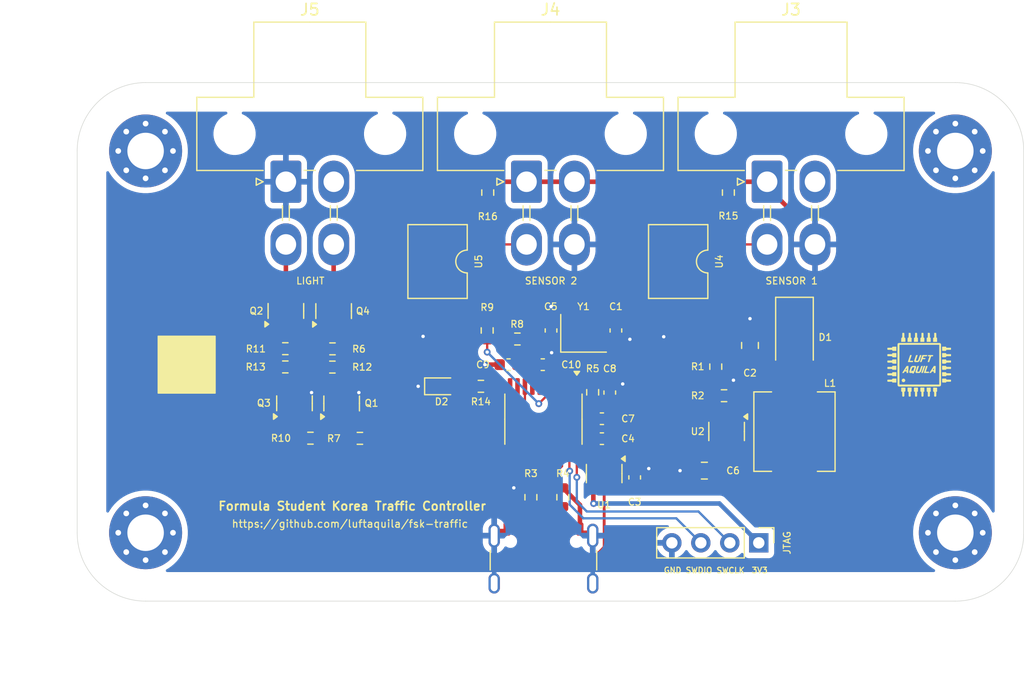
<source format=kicad_pcb>
(kicad_pcb (version 20241229) (generator "pcbnew") (generator_version "9.0")
  (layers (0 "F.Cu" signal) (2 "B.Cu" signal) (13 "F.Paste" user) (15 "B.Paste" user) (5 "F.SilkS" user "F.Silkscreen") (7 "B.SilkS" user "B.Silkscreen") (1 "F.Mask" user) (3 "B.Mask" user) (25 "Edge.Cuts" user))
  (net 0 "")
  (net 1 "RED")
  (net 2 "Net-(Q3-B)")
  (net 3 "SENS2")
  (net 4 "+3V3")
  (net 5 "SENS1")
  (net 6 "Net-(Q1-B)")
  (net 7 "GREEN")
  (net 8 "Net-(Q1-C)")
  (net 9 "BOOT")
  (net 10 "GND")
  (net 11 "Net-(J2-CC2)")
  (net 12 "Net-(J2-CC1)")
  (net 13 "Net-(U2-FB)")
  (net 14 "18V")
  (net 15 "+5V")
  (net 17 "Net-(D1-A)")
  (net 19 "USB_DM")
  (net 23 "OSC_OUT")
  (net 24 "OSC_IN")
  (net 25 "SWCLK")
  (net 26 "USB_DP")
  (net 27 "NRST")
  (net 28 "SWDIO")
  (net 29 "LED")
  (net 32 "Net-(Q2-G)")
  (net 33 "/RD")
  (net 34 "/GN")
  (net 35 "Net-(Q3-C)")
  (net 36 "Net-(Q4-G)")
  (net 37 "Net-(D2-A)")
  (net 38 "Net-(J3-Pin_3)")
  (net 39 "Net-(J4-Pin_3)")
  (net 40 "Net-(R15-Pad2)")
  (net 41 "Net-(R16-Pad2)")
  (footprint "Connector_Molex:Molex_Mini-Fit_Jr_5569-04A1_2x02_P4.20mm_Horizontal" (layer "F.Cu") (at 121 88.6)
    (property "Reference" "J5")
    (property "Value" "Molex 5569-04A1")
  )
  (footprint "Capacitor_SMD:C_0603_1608Metric" (layer "F.Cu") (at 140.525 104.65)
    (property "Reference" "C9")
    (property "Value" "470nF")
  )
  (footprint "Capacitor_SMD:C_0603_1608Metric" (layer "F.Cu") (at 149.9375 101.65 -90)
    (property "Reference" "C1")
    (property "Value" "20pF")
  )
  (footprint "Resistor_SMD:R_0603_1608Metric" (layer "F.Cu") (at 159.8 89.55 -90)
    (property "Reference" "R15")
    (property "Value" "2k")
  )
  (footprint "Package_TO_SOT_SMD:SOT-23" (layer "F.Cu") (at 121.75308 108.04058 90)
    (property "Reference" "Q3")
    (property "Value" "MMBT5551")
  )
  (footprint "Resistor_SMD:R_0603_1608Metric" (layer "F.Cu") (at 142.48442 116.28442 -90)
    (property "Reference" "R3")
    (property "Value" "5.1k")
  )
  (footprint "Package_TO_SOT_SMD:SOT-23-3" (layer "F.Cu") (at 148.90942 114.20692 -90)
    (property "Reference" "U1")
    (property "Value" "XC6206P332MR")
  )
  (footprint "Package_SO:TSSOP-20_4.4x6.5mm_P0.65mm" (layer "F.Cu") (at 143.58442 109.43192 -90)
    (property "Reference" "U3" (hide yes))
    (property "Value" "STM32F070F6Px")
  )
  (footprint "Resistor_SMD:R_0603_1608Metric" (layer "F.Cu") (at 120.95 104.85)
    (property "Reference" "R13")
    (property "Value" "15k")
  )
  (footprint "Resistor_SMD:R_0603_1608Metric" (layer "F.Cu") (at 120.95 103.25 180)
    (property "Reference" "R11")
    (property "Value" "10k")
  )
  (footprint "pcb:luftaquila" (layer "F.Cu") (at 176.55 104.63442)
    (property "Reference" "G***" (hide yes))
    (property "Value" "LOGO" (hide yes))
  )
  (footprint "Capacitor_SMD:C_0603_1608Metric" (layer "F.Cu") (at 151.58442 114.54442 90)
    (property "Reference" "C3")
    (property "Value" "1uF")
  )
  (footprint "Capacitor_SMD:C_0805_2012Metric" (layer "F.Cu") (at 161.695 102.965 90)
    (property "Reference" "C2")
    (property "Value" "22uF")
  )
  (footprint "Capacitor_SMD:C_0805_2012Metric" (layer "F.Cu") (at 157.695 113.95 180)
    (property "Reference" "C6")
    (property "Value" "22uF")
  )
  (footprint "Resistor_SMD:R_0603_1608Metric" (layer "F.Cu") (at 123.15308 111.10308)
    (property "Reference" "R10")
    (property "Value" "1k")
  )
  (footprint "Resistor_SMD:R_0603_1608Metric" (layer "F.Cu") (at 138.7 89.55 -90)
    (property "Reference" "R16")
    (property "Value" "2k")
  )
  (footprint "Resistor_SMD:R_0603_1608Metric" (layer "F.Cu") (at 125.0875 103.2625)
    (property "Reference" "R6")
    (property "Value" "10k")
  )
  (footprint "Inductor_SMD:L_Changjiang_FXL0630" (layer "F.Cu") (at 165.595 110.525 90)
    (property "Reference" "L1")
    (property "Value" "22uH")
  )
  (footprint "Resistor_SMD:R_0603_1608Metric" (layer "F.Cu") (at 145.28442 116.28442 -90)
    (property "Reference" "R4")
    (property "Value" "5.1k")
  )
  (footprint "Capacitor_SMD:C_0603_1608Metric" (layer "F.Cu") (at 148.70942 111.14442)
    (property "Reference" "C4")
    (property "Value" "1uF")
  )
  (footprint "MountingHole:MountingHole_3.2mm_M3_Pad_Via" (layer "F.Cu") (at 108.7 85.9 -90)
    (property "Reference" "REF**" (hide yes))
    (property "Value" "MountingHole_3.2mm_M3_Pad_Via")
  )
  (footprint "Resistor_SMD:R_0603_1608Metric" (layer "F.Cu") (at 138.1 106.55)
    (property "Reference" "R14")
    (property "Value" "1k")
  )
  (footprint "Package_TO_SOT_SMD:SOT-23-6" (layer "F.Cu") (at 159.645 110.5125 -90)
    (property "Reference" "U2")
    (property "Value" "MT3608")
  )
  (footprint "Resistor_SMD:R_0603_1608Metric" (layer "F.Cu") (at 125.07808 104.8625)
    (property "Reference" "R12")
    (property "Value" "15k")
  )
  (footprint "Connector_Molex:Molex_Mini-Fit_Jr_5569-04A1_2x02_P4.20mm_Horizontal" (layer "F.Cu") (at 142.1 88.6)
    (property "Reference" "J4")
    (property "Value" "Molex 5569-04A1")
  )
  (footprint "Capacitor_SMD:C_0603_1608Metric" (layer "F.Cu") (at 149.4 107.1 90)
    (property "Reference" "C8")
    (property "Value" "100nF")
  )
  (footprint "Package_DIP:SMDIP-4_W9.53mm" (layer "F.Cu") (at 155.4 95.6 -90)
    (property "Reference" "U4")
    (property "Value" "LTV-817S")
  )
  (footprint "Crystal:Crystal_SMD_3225-4Pin_3.2x2.5mm" (layer "F.Cu") (at 147.1 101.9)
    (property "Reference" "Y1")
    (property "Value" "12MHz")
  )
  (footprint "Package_DIP:SMDIP-4_W9.53mm" (layer "F.Cu") (at 134.3 95.6 -90)
    (property "Reference" "U5")
    (property "Value" "LTV-817S")
  )
  (footprint "Connector_Molex:Molex_Mini-Fit_Jr_5569-04A1_2x02_P4.20mm_Horizontal" (layer "F.Cu") (at 163.195 88.6)
    (property "Reference" "J3")
    (property "Value" "Molex 5569-04A1")
  )
  (footprint "Diode_SMD:D_SMA" (layer "F.Cu") (at 165.595 102.25 -90)
    (property "Reference" "D1")
    (property "Value" "SS34")
  )
  (footprint "Package_TO_SOT_SMD:SOT-23" (layer "F.Cu") (at 121 99.9375 90)
    (property "Reference" "Q2")
    (property "Value" "AO3401A")
  )
  (footprint "MountingHole:MountingHole_3.2mm_M3_Pad_Via" (layer "F.Cu") (at 179.7 85.9 -90)
    (property "Reference" "REF**" (hide yes))
    (property "Value" "MountingHole_3.2mm_M3_Pad_Via")
  )
  (footprint "MountingHole:MountingHole_3.2mm_M3_Pad_Via" (layer "F.Cu") (at 108.7 119.4 180)
    (property "Reference" "REF**" (hide yes))
    (property "Value" "MountingHole_3.2mm_M3_Pad_Via")
  )
  (footprint "Connector_USB:USB_C_Receptacle_GCT_USB4105-xx-A_16P_TopMnt_Horizontal" (layer "F.Cu") (at 143.58442 122.75942)
    (property "Reference" "J2" (hide yes))
    (property "Value" "USB_C")
  )
  (footprint "Connector_PinHeader_2.54mm:PinHeader_1x04_P2.54mm_Vertical" (layer "F.Cu") (at 162.46442 120.28442 -90)
    (property "Reference" "J1" (hide yes))
    (property "Value" "JTAG")
  )
  (footprint "Package_TO_SOT_SMD:SOT-23" (layer "F.Cu") (at 125.1875 99.95 90)
    (property "Reference" "Q4")
    (property "Value" "AO3401A")
  )
  (footprint "Resistor_SMD:R_0603_1608Metric" (layer "F.Cu") (at 159.42 107.375)
    (property "Reference" "R2")
    (property "Value" "1.8k")
  )
  (footprint "Resistor_SMD:R_0603_1608Metric" (layer "F.Cu") (at 138.65 101.65 90)
    (property "Reference" "R9")
    (property "Value" "3.3k")
  )
  (footprint "Resistor_SMD:R_0603_1608Metric" (layer "F.Cu") (at 141.3 102.4 180)
    (property "Reference" "R8")
    (property "Value" "3.3k")
  )
  (footprint "Resistor_SMD:R_0603_1608Metric" (layer "F.Cu") (at 147.9 107.075 -90)
    (property "Reference" "R5")
    (property "Value" "10k")
  )
  (footprint "Resistor_SMD:R_0603_1608Metric" (layer "F.Cu") (at 127.49058 111.11558)
    (property "Reference" "R7")
    (property "Value" "1k")
  )
  (footprint "Package_TO_SOT_SMD:SOT-23" (layer "F.Cu") (at 125.89058 108.05308 90)
    (property "Reference" "Q1")
    (property "Value" "MMBT5551")
  )
  (footprint "LED_SMD:LED_0603_1608Metric" (layer "F.Cu") (at 134.65 106.55)
    (property "Reference" "D2")
    (property "Value" "LED")
  )
  (footprint "Capacitor_SMD:C_0603_1608Metric" (layer "F.Cu") (at 144.25 101.65 90)
    (property "Reference" "C5")
    (property "Value" "20pF")
  )
  (footprint "Resistor_SMD:R_0603_1608Metric" (layer "F.Cu") (at 158.695 104.825 -90)
    (property "Reference" "R1")
    (property "Value" "51k")
  )
  (footprint "Capacitor_SMD:C_0603_1608Metric" (layer "F.Cu") (at 143.525 104.65)
    (property "Reference" "C10")
    (property "Value" "470nF")
  )
  (footprint "MountingHole:MountingHole_3.2mm_M3_Pad_Via" (layer "F.Cu") (at 179.7 119.4 -90)
    (property "Reference" "REF**" (hide yes))
    (property "Value" "MountingHole_3.2mm_M3_Pad_Via")
  )
  (footprint "Capacitor_SMD:C_0603_1608Metric" (layer "F.Cu") (at 148.70942 109.39442)
    (property "Reference" "C7")
    (property "Value" "100nF")
  )
  (gr_rect (start 109.8 102.15) (end 114.8 107.15) (stroke (width 0.1)) (fill yes) (layer "F.SilkS"))
  (gr_line (start 179.7 125.4) (end 108.7 125.4) (stroke (width 0.05)) (layer "Edge.Cuts"))
  (gr_arc (start 185.7 119.4) (mid 183.942635 123.642635) (end 179.7 125.4) (stroke (width 0.05)) (layer "Edge.Cuts"))
  (gr_arc (start 179.7 79.9) (mid 183.942621 81.657368) (end 185.7 85.9) (stroke (width 0.05)) (layer "Edge.Cuts"))
  (gr_arc (start 108.7 125.4) (mid 104.457339 123.642649) (end 102.7 119.4) (stroke (width 0.05)) (layer "Edge.Cuts"))
  (gr_line (start 102.7 119.4) (end 102.7 85.9) (stroke (width 0.05)) (layer "Edge.Cuts"))
  (gr_arc (start 102.7 85.9) (mid 104.457353 81.657353) (end 108.7 79.9) (stroke (width 0.05)) (layer "Edge.Cuts"))
  (gr_line (start 185.7 119.4) (end 185.7 85.9) (stroke (width 0.05)) (layer "Edge.Cuts"))
  (gr_line (start 108.7 79.9) (end 179.7 79.9) (stroke (width 0.05)) (layer "Edge.Cuts"))
  (gr_text "SWDIO" (at 156 122.98442 0) (layer "F.SilkS") (effects (font (size 0.5 0.5) (thickness 0.1) (bold yes)) (justify left bottom)))
  (gr_text "3V3" (at 161.78442 122.98442 0) (layer "F.SilkS") (effects (font (size 0.5 0.5) (thickness 0.1) (bold yes)) (justify left bottom)))
  (gr_text "https://github.com/luftaquila/fsk-traffic" (at 116.2 119 0) (layer "F.SilkS") (effects (font (size 0.65 0.65) (thickness 0.1)) (justify left bottom)))
  (gr_text "SWCLK" (at 158.7 123 0) (layer "F.SilkS") (effects (font (size 0.5 0.5) (thickness 0.1) (bold yes)) (justify left bottom)))
  (gr_text "SENSOR 1" (at 162.995 97.65 0) (layer "F.SilkS") (effects (font (size 0.6 0.6) (thickness 0.1) (bold yes)) (justify left bottom)))
  (gr_text "GND" (at 154.08442 122.98442 0) (layer "F.SilkS") (effects (font (size 0.5 0.5) (thickness 0.1) (bold yes)) (justify left bottom)))
  (gr_text "SENSOR 2" (at 141.9 97.65 0) (layer "F.SilkS") (effects (font (size 0.6 0.6) (thickness 0.1) (bold yes)) (justify left bottom)))
  (gr_text "LIGHT" (at 121.85 97.65 0) (layer "F.SilkS") (effects (font (size 0.6 0.6) (thickness 0.1) (bold yes)) (justify left bottom)))
  (gr_text "Formula Student Korea Traffic Controller" (at 115 117.5 0) (layer "F.SilkS") (effects (font (size 0.75 0.75) (thickness 0.15) (bold yes)) (justify left bottom)))
  (segment (start 141.95942 108.70942) (end 138.46884 112.2) (width 0.2) (layer "F.Cu") (net 1))
  (segment (start 141.95942 106.56942) (end 141.95942 108.70942) (width 0.2) (layer "F.Cu") (net 1))
  (segment (start 125.125 112.2) (end 124.02808 111.10308) (width 0.2) (layer "F.Cu") (net 1))
  (segment (start 138.46884 112.2) (end 125.125 112.2) (width 0.2) (layer "F.Cu") (net 1))
  (segment (start 120.80308 108.97808) (end 120.80308 109.57808) (width 0.2) (layer "F.Cu") (net 2))
  (segment (start 120.80308 109.57808) (end 122.32808 111.10308) (width 0.2) (layer "F.Cu") (net 2))
  (segment (start 142.60942 105.91205) (end 141.54737 104.85) (width 0.2) (layer "F.Cu") (net 3))
  (segment (start 136.03 100.825) (end 135.57 100.365) (width 0.2) (layer "F.Cu") (net 3))
  (segment (start 141.3 101.75) (end 140.375 100.825) (width 0.2) (layer "F.Cu") (net 3))
  (segment (start 140.375 100.825) (end 136.03 100.825) (width 0.2) (layer "F.Cu") (net 3))
  (segment (start 142.55 106.51) (end 142.60942 106.56942) (width 0.2) (layer "F.Cu") (net 3))
  (segment (start 141.3 104.65) (end 141.3 101.75) (width 0.2) (layer "F.Cu") (net 3))
  (segment (start 141.54737 104.85) (end 141.325 104.85) (width 0.2) (layer "F.Cu") (net 3))
  (segment (start 142.60942 106.56942) (end 142.60942 105.91205) (width 0.2) (layer "F.Cu") (net 3))
  (segment (start 147.93442 109.39442) (end 147.93442 113.04442) (width 0.4) (layer "F.Cu") (net 4))
  (segment (start 145.937042 109.46942) (end 143.90942 111.497042) (width 0.4) (layer "F.Cu") (net 4))
  (segment (start 147.95942 116.80942) (end 147.95942 113.06942) (width 0.4) (layer "F.Cu") (net 4))
  (segment (start 143.175 108.075) (end 143.90942 107.34058) (width 0.2) (layer "F.Cu") (net 4))
  (segment (start 147.93442 113.04442) (end 147.95942 113.06942) (width 0.4) (layer "F.Cu") (net 4))
  (segment (start 147.98442 116.83442) (end 147.95942 116.80942) (width 0.4) (layer "F.Cu") (net 4))
  (segment (start 143.90942 107.366798) (end 143.90942 106.56942) (width 0.4) (layer "F.Cu") (net 4))
  (segment (start 143.90942 107.34058) (end 143.90942 106.56942) (width 0.2) (layer "F.Cu") (net 4))
  (segment (start 138.65 103.55) (end 138.65 102.475) (width 0.2) (layer "F.Cu") (net 4))
  (segment (start 143.90942 111.497042) (end 143.90942 112.29442) (width 0.4) (layer "F.Cu") (net 4))
  (segment (start 143.90942 106.56942) (end 143.90942 107.306919) (width 0.2) (layer "F.Cu") (net 4))
  (segment (start 145.937042 109.39442) (end 145.937042 109.46942) (width 0.4) (layer "F.Cu") (net 4))
  (segment (start 147.93442 109.39442) (end 145.937042 109.39442) (width 0.4) (layer "F.Cu") (net 4))
  (segment (start 140.325 102.475) (end 138.775 102.475) (width 0.2) (layer "F.Cu") (net 4))
  (segment (start 145.937042 109.39442) (end 143.90942 107.366798) (width 0.4) (layer "F.Cu") (net 4))
  (via (at 138.65 103.55) (size 0.6) (drill 0.3) (layers "F.Cu" "B.Cu") (net 4))
  (via (at 143.175 108.075) (size 0.6) (drill 0.3) (layers "F.Cu" "B.Cu") (net 4))
  (via (at 147.98442 116.83442) (size 0.6) (drill 0.3) (layers "F.Cu" "B.Cu") (net 4))
  (segment (start 143.175 108.075) (end 138.65 103.55) (width 0.2) (layer "B.Cu") (net 4))
  (segment (start 147.98442 116.83442) (end 159.01442 116.83442) (width 0.4) (layer "B.Cu") (net 4))
  (segment (start 159.01442 116.83442) (end 162.46442 120.28442) (width 0.4) (layer "B.Cu") (net 4))
  (segment (start 143.2 106.51) (end 143.2 105.15) (width 0.2) (layer "F.Cu") (net 5))
  (segment (start 142.9 104.85) (end 142.775 104.85) (width 0.2) (layer "F.Cu") (net 5))
  (segment (start 142.75 104.65) (end 142.4 104.3) (width 0.2) (layer "F.Cu") (net 5))
  (segment (start 142.75 104.7) (end 142.75 104.65) (width 0.2) (layer "F.Cu") (net 5))
  (segment (start 156.67 100.22) (end 156.67 100.365) (width 0.2) (layer "F.Cu") (net 5))
  (segment (start 143.2 105.15) (end 142.75 104.7) (width 0.2) (layer "F.Cu") (net 5))
  (segment (start 142.4 99.55) (end 143.75 98.2) (width 0.2) (layer "F.Cu") (net 5))
  (segment (start 143.25942 106.56942) (end 143.2 106.51) (width 0.2) (layer "F.Cu") (net 5))
  (segment (start 154.65 98.2) (end 156.67 100.22) (width 0.2) (layer "F.Cu") (net 5))
  (segment (start 143.75 98.2) (end 154.65 98.2) (width 0.2) (layer "F.Cu") (net 5))
  (segment (start 156.53375 99.98375) (end 156.53375 100.38125) (width 0.2) (layer "F.Cu") (net 5))
  (segment (start 142.4 104.3) (end 142.4 99.55) (width 0.2) (layer "F.Cu") (net 5))
  (segment (start 124.94058 108.99058) (end 124.94058 109.39058) (width 0.2) (layer "F.Cu") (net 6))
  (segment (start 124.94058 109.39058) (end 126.66558 111.11558) (width 0.2) (layer "F.Cu") (net 6))
  (segment (start 138.16884 111.1) (end 129.8 111.1) (width 0.2) (layer "F.Cu") (net 7))
  (segment (start 141.30942 107.95942) (end 138.16884 111.1) (width 0.2) (layer "F.Cu") (net 7))
  (segment (start 141.30942 106.56942) (end 141.30942 107.95942) (width 0.2) (layer "F.Cu") (net 7))
  (segment (start 129.8 111.1) (end 129.79692 111.10308) (width 0.2) (layer "F.Cu") (net 7))
  (segment (start 129.79692 111.10308) (end 128.32808 111.10308) (width 0.2) (layer "F.Cu") (net 7))
  (segment (start 128.32808 111.10308) (end 128.31558 111.11558) (width 0.2) (layer "F.Cu") (net 7))
  (segment (start 125.90616 104.86558) (end 125.90616 107.1) (width 0.4) (layer "F.Cu") (net 8))
  (segment (start 125.86558 107.09058) (end 125.89058 107.11558) (width 0.4) (layer "F.Cu") (net 8))
  (segment (start 125.90308 104.8625) (end 125.90616 104.86558) (width 0.4) (layer "F.Cu") (net 8))
  (segment (start 146.50942 106.56942) (end 146.50942 106.09442) (width 0.2) (layer "F.Cu") (net 9))
  (segment (start 146.50942 107.60942) (end 146.81942 107.91942) (width 0.2) (layer "F.Cu") (net 9))
  (segment (start 146.81942 107.91942) (end 148.00942 107.91942) (width 0.2) (layer "F.Cu") (net 9))
  (segment (start 146.50942 106.56942) (end 146.50942 107.60942) (width 0.2) (layer "F.Cu") (net 9))
  (segment (start 150.21942 113.76942) (end 149.85942 113.40942) (width 0.4) (layer "F.Cu") (net 10))
  (segment (start 159.645 109.375) (end 159.645 109.728052) (width 0.2) (layer "F.Cu") (net 10))
  (segment (start 140.20942 119.25442) (end 139.66442 119.25442) (width 0.4) (layer "F.Cu") (net 10))
  (segment (start 140.38442 119.07942) (end 140.20942 119.25442) (width 0.2) (layer "F.Cu") (net 10))
  (segment (start 160.245 107.375) (end 160.245 106.015) (width 0.4) (layer "F.Cu") (net 10))
  (segment (start 146.85942 119.40442) (end 147.40442 119.40442) (width 0.4) (layer "F.Cu") (net 10))
  (segment (start 157.645 110.515) (end 156.745 111.415) (width 0.4) (layer "F.Cu") (net 10))
  (segment (start 145.825 100.875) (end 146 101.05) (width 0.2) (layer "F.Cu") (net 10))
  (segment (start 146.78442 119.32942) (end 146.85942 119.40442) (width 0.2) (layer "F.Cu") (net 10))
  (segment (start 148.525 102.425) (end 148.2 102.75) (width 0.2) (layer "F.Cu") (net 10))
  (segment (start 149.85942 113.40942) (end 149.85942 113.06942) (width 0.4) (layer "F.Cu") (net 10))
  (segment (start 122.70308 108.97808) (end 122.70308 107.64692) (width 0.2) (layer "F.Cu") (net 10))
  (segment (start 151.58442 113.76942) (end 150.21942 113.76942) (width 0.4) (layer "F.Cu") (net 10))
  (segment (start 149.85942 112.60942) (end 149.48442 112.23442) (width 0.4) (layer "F.Cu") (net 10))
  (segment (start 144.3 104.65) (end 144.3 103.6) (width 0.4) (layer "F.Cu") (net 10))
  (segment (start 144.25 100.875) (end 145.825 100.875) (width 0.4) (layer "F.Cu") (net 10))
  (segment (start 140.98442 115.45942) (end 142.48442 115.45942) (width 0.4) (layer "F.Cu") (net 10))
  (segment (start 149.85942 113.06942) (end 149.85942 112.90942) (width 0.2) (layer "F.Cu") (net 10))
  (segment (start 147.99442 106.34442) (end 150.53442 106.34442) (width 0.4) (layer "F.Cu") (net 10))
  (segment (start 159.645 109.375) (end 159.645 107.975) (width 0.4) (layer "F.Cu") (net 10))
  (segment (start 152.81942 113.76942) (end 151.58442 113.76942) (width 0.4) (layer "F.Cu") (net 10))
  (segment (start 161.695 102.015) (end 161.695 100.615) (width 0.4) (layer "F.Cu") (net 10))
  (segment (start 145.28442 115.45942) (end 146.78442 116.95942) (width 0.4) (layer "F.Cu") (net 10))
  (segment (start 146.78442 116.95942) (end 146.78442 119.07942) (width 0.4) (layer "F.Cu") (net 10))
  (segment (start 159.045 110.515) (end 157.645 110.515) (width 0.4) (layer "F.Cu") (net 10))
  (segment (start 133.03 102.17) (end 133.03 100.365) (width 0.2) (layer "F.Cu") (net 10))
  (segment (start 149.85942 112.90942) (end 149.85942 112.60942) (width 0.4) (layer "F.Cu") (net 10))
  (segment (start 144.25 99.55) (end 144.25 100.875) (width 0.4) (layer "F.Cu") (net 10))
  (segment (start 143.25942 114.68442) (end 142.48442 115.45942) (width 0.4) (layer "F.Cu") (net 10))
  (segment (start 159.645 109.728052) (end 159.645 109.915) (width 0.4) (layer "F.Cu") (net 10))
  (segment (start 147.9 106.25) (end 147.82884 106.25) (width 0.2) (layer "F.Cu") (net 10))
  (segment (start 126.85308 107.64692) (end 127.4 107.1) (width 0.2) (layer "F.Cu") (net 10))
  (segment (start 151.1625 102.425) (end 149.9375 102.425) (width 0.4) (layer "F.Cu") (net 10))
  (segment (start 147.9 106.25) (end 147.99442 106.34442) (width 0.4) (layer "F.Cu") (net 10))
  (segment (start 139.75 104.65) (end 138.45 104.65) (width 0.4) (layer "F.Cu") (net 10))
  (segment (start 122.70308 107.64692) (end 123.25 107.1) (width 0.2) (layer "F.Cu") (net 10))
  (segment (start 126.85308 108.97808) (end 126.85308 107.64692) (width 0.2) (layer "F.Cu") (net 10))
  (segment (start 149.9375 102.425) (end 148.525 102.425) (width 0.4) (layer "F.Cu") (net 10))
  (segment (start 132.6 106.55) (end 133.8625 106.55) (width 0.2) (layer "F.Cu") (net 10))
  (segment (start 154.13 102.2) (end 154.13 100.365) (width 0.2) (layer "F.Cu") (net 10))
  (segment (start 147.82884 106.25) (end 147.80942 106.26942) (width 0.2) (layer "F.Cu") (net 10))
  (segment (start 149.48442 112.23442) (end 149.48442 111.14442) (width 0.4) (layer "F.Cu") (net 10))
  (segment (start 139.66442 119.25442) (end 139.26442 119.65442) (width 0.2) (layer "F.Cu") (net 10))
  (segment (start 159.645 109.915) (end 159.045 110.515) (width 0.4) (layer "F.Cu") (net 10))
  (segment (start 155.56 113.95) (end 156.745 113.95) (width 0.4) (layer "F.Cu") (net 10))
  (segment (start 143.25942 112.29442) (end 143.25942 114.68442) (width 0.4) (layer "F.Cu") (net 10))
  (segment (start 148.325001 103.175) (end 148.4375 103.175) (width 0.2) (layer "F.Cu") (net 10))
  (segment (start 156.745 111.415) (end 156.745 113.95) (width 0.4) (layer "F.Cu") (net 10))
  (segment (start 159.645 107.975) (end 160.245 107.375) (width 0.4) (layer "F.Cu") (net 10))
  (segment (start 149.48442 111.14442) (end 149.48442 109.39442) (width 0.4) (layer "F.Cu") (net 10))
  (via (at 155.56 113.95) (size 0.6) (drill 0.3) (layers "F.Cu" "B.Cu") (net 10))
  (via (at 161.695 100.615) (size 0.6) (drill 0.3) (layers "F.Cu" "B.Cu") (net 10))
  (via (at 140.98442 115.45942) (size 0.6) (drill 0.3) (layers "F.Cu" "B.Cu") (net 10))
  (via (at 138.45 104.65) (size 0.6) (drill 0.3) (layers "F.Cu" "B.Cu") (net 10))
  (via (at 150.53442 106.34442) (size 0.6) (drill 0.3) (layers "F.Cu" "B.Cu") (net 10))
  (via (at 154.13 102.2) (size 0.6) (drill 0.3) (layers "F.Cu" "B.Cu") (net 10))
  (via (at 123.25 107.1) (size 0.6) (drill 0.3) (layers "F.Cu" "B.Cu") (net 10))
  (via (at 151.1625 102.425) (size 0.6) (drill 0.3) (layers "F.Cu" "B.Cu") (net 10))
  (via (at 144.3 103.6) (size 0.6) (drill 0.3) (layers "F.Cu" "B.Cu") (net 10))
  (via (at 133.03 102.17) (size 0.6) (drill 0.3) (layers "F.Cu" "B.Cu") (net 10))
  (via (at 160.245 106.015) (size 0.6) (drill 0.3) (layers "F.Cu" "B.Cu") (net 10))
  (via (at 127.4 107.1) (size 0.6) (drill 0.3) (layers "F.Cu" "B.Cu") (net 10))
  (via (at 144.25 99.55) (size 0.6) (drill 0.3) (layers "F.Cu" "B.Cu") (net 10))
  (via (at 132.6 106.55) (size 0.6) (drill 0.3) (layers "F.Cu" "B.Cu") (net 10))
  (via (at 152.81942 113.76942) (size 0.6) (drill 0.3) (layers "F.Cu" "B.Cu") (net 10))
  (segment (start 139.26442 119.65442) (end 139.26442 123.83442) (width 0.4) (layer "B.Cu") (net 10))
  (segment (start 147.90442 119.65442) (end 147.90442 123.83442) (width 0.4) (layer "B.Cu") (net 10))
  (segment (start 145.33442 117.15942) (end 145.38442 117.10942) (width 0.2) (layer "F.Cu") (net 11))
  (segment (start 145.33442 119.07942) (end 145.33442 117.15942) (width 0.2) (layer "F.Cu") (net 11))
  (segment (start 142.33442 118.70942) (end 142.28442 118.65942) (width 0.2) (layer "F.Cu") (net 12))
  (segment (start 142.33442 117.15942) (end 142.28442 117.10942) (width 0.2) (layer "F.Cu") (net 12))
  (segment (start 142.33442 119.07942) (end 142.33442 117.15942) (width 0.2) (layer "F.Cu") (net 12))
  (segment (start 142.33442 119.07942) (end 142.33442 118.70942) (width 0.2) (layer "F.Cu") (net 12))
  (segment (start 158.695 109.375) (end 158.695 105.65) (width 0.4) (layer "F.Cu") (net 13))
  (segment (start 126.1375 97.9625) (end 129.4 94.7) (width 0.4) (layer "F.Cu") (net 14))
  (segment (start 161.845 104) (end 158.82 104) (width 0.6) (layer "F.Cu") (net 14))
  (segment (start 121.8875 100.9375) (end 121.8875 103.39366) (width 0.4) (layer "F.Cu") (net 14))
  (segment (start 142.1 89.1) (end 142.1 88.6) (width 0.2) (layer "F.Cu") (net 14))
  (segment (start 165.595 100.25) (end 165.595 100.025) (width 1) (layer "F.Cu") (net 14))
  (segment (start 165.345 100) (end 165.345 91.2) (width 0.4) (layer "F.Cu") (net 14))
  (segment (start 126.1375 100.8875) (end 126.075 100.95) (width 0.4) (layer "F.Cu") (net 14))
  (segment (start 165.595 100.25) (end 165.345 100) (width 0.4) (layer "F.Cu") (net 14))
  (segment (start 142.1 88.6) (end 146.3 88.6) (width 0.4) (layer "F.Cu") (net 14))
  (segment (start 131 88.6) (end 142.1 88.6) (width 0.4) (layer "F.Cu") (net 14))
  (segment (start 129.4 90.2) (end 131 88.6) (width 0.4) (layer "F.Cu") (net 14))
  (segment (start 158.695 104) (end 158.82 104) (width 0.2) (layer "F.Cu") (net 14))
  (segment (start 126.075 100.95) (end 126.075 103.34058) (width 0.4) (layer "F.Cu") (net 14))
  (segment (start 126.075 103.34058) (end 125.9 103.51558) (width 0.4) (layer "F.Cu") (net 14))
  (segment (start 129.4 94.7) (end 129.4 90.2) (width 0.4) (layer "F.Cu") (net 14))
  (segment (start 121.95 100.875) (end 121.8875 100.9375) (width 0.4) (layer "F.Cu") (net 14))
  (segment (start 146.3 88.6) (end 163.195 88.6) (width 0.4) (layer "F.Cu") (net 14))
  (segment (start 165.345 91.2) (end 163.195 89.05) (width 0.4) (layer "F.Cu") (net 14))
  (segment (start 126.1375 100.8875) (end 126.1375 97.9625) (width 0.4) (layer "F.Cu") (net 14))
  (segment (start 165.595 100.25) (end 161.845 104) (width 0.4) (layer "F.Cu") (net 14))
  (segment (start 148.90942 115.34442) (end 148.90942 120.65942) (width 0.25) (layer "F.Cu") (net 15))
  (segment (start 145.98442 119.654419) (end 145.98442 119.07942) (width 0.25) (layer "F.Cu") (net 15))
  (segment (start 142.284421 120.75442) (end 144.884418 120.75442) (width 0.25) (layer "F.Cu") (net 15))
  (segment (start 148.90942 115.34442) (end 148.92884 115.325) (width 0.4) (layer "F.Cu") (net 15))
  (segment (start 145.964418 121.83442) (end 144.884418 120.75442) (width 0.25) (layer "F.Cu") (net 15))
  (segment (start 157.25058 115.34442) (end 148.90942 115.34442) (width 0.4) (layer "F.Cu") (net 15))
  (segment (start 148.90942 120.65942) (end 147.73442 121.83442) (width 0.25) (layer "F.Cu") (net 15))
  (segment (start 141.18442 119.654419) (end 141.18442 119.07942) (width 0.25) (layer "F.Cu") (net 15))
  (segment (start 145.984419 119.654419) (end 145.98442 119.654419) (width 0.25) (layer "F.Cu") (net 15))
  (segment (start 144.884418 120.75442) (end 145.984419 119.654419) (width 0.25) (layer "F.Cu") (net 15))
  (segment (start 158.695 113.9) (end 158.645 113.95) (width 0.2) (layer "F.Cu") (net 15))
  (segment (start 141.18442 119.654419) (end 142.284421 120.75442) (width 0.25) (layer "F.Cu") (net 15))
  (segment (start 158.645 113.95) (end 157.25058 115.34442) (width 0.4) (layer "F.Cu") (net 15))
  (segment (start 147.73442 121.83442) (end 145.964418 121.83442) (width 0.25) (layer "F.Cu") (net 15))
  (segment (start 165.595 107.5) (end 165.595 104.25) (width 1.5) (layer "F.Cu") (net 17))
  (segment (start 165.595 107.5) (end 163.72 109.375) (width 1) (layer "F.Cu") (net 17))
  (segment (start 163.72 109.375) (end 160.895 109.375) (width 1) (layer "F.Cu") (net 17))
  (segment (start 142.83442 119.07942) (end 142.83442 118.02442) (width 0.2) (layer "F.Cu") (net 19))
  (segment (start 143.83442 114.19567) (end 144.55942 113.47067) (width 0.2) (layer "F.Cu") (net 19))
  (segment (start 143.83442 117.02442) (end 143.83442 119.07942) (width 0.2) (layer "F.Cu") (net 19))
  (segment (start 144.60942 112.34442) (end 144.55942 112.29442) (width 0.2) (layer "F.Cu") (net 19))
  (segment (start 143.83442 117.02442) (end 143.83442 114.19567) (width 0.2) (layer "F.Cu") (net 19))
  (segment (start 142.83442 118.02442) (end 143.83442 117.02442) (width 0.2) (layer "F.Cu") (net 19))
  (segment (start 144.55942 113.47067) (end 144.55942 112.29442) (width 0.2) (layer "F.Cu") (net 19))
  (segment (start 146.2125 103.15) (end 146.2375 103.175) (width 0.2) (layer "F.Cu") (net 23))
  (segment (start 146 102.75) (end 146 104.3) (width 0.3) (layer "F.Cu") (net 23))
  (segment (start 146.2375 102.75) (end 145.9375 102.45) (width 0.4) (layer "F.Cu") (net 23))
  (segment (start 145.7 102.45) (end 144.575 102.45) (width 0.4) (layer "F.Cu") (net 23))
  (segment (start 145.20942 105.09058) (end 145.20942 106.56942) (width 0.3) (layer "F.Cu") (net 23))
  (segment (start 146 104.3) (end 145.20942 105.09058) (width 0.3) (layer "F.Cu") (net 23))
  (segment (start 148.1 101.05) (end 147.0875 102.0625) (width 0.3) (layer "F.Cu") (net 24))
  (segment (start 147.0875 104.1125) (end 145.85942 105.34058) (width 0.3) (layer "F.Cu") (net 24))
  (segment (start 147.0875 102.0625) (end 147.0875 104.1125) (width 0.3) (layer "F.Cu") (net 24))
  (segment (start 148.3375 101.05) (end 148.4375 101.05) (width 0.2) (layer "F.Cu") (net 24))
  (segment (start 148.2 101.05) (end 149.7625 101.05) (width 0.4) (layer "F.Cu") (net 24))
  (segment (start 145.85942 105.34058) (end 145.85942 106.56942) (width 0.3) (layer "F.Cu") (net 24))
  (segment (start 148.1 101.05) (end 148.2 101.05) (width 0.2) (layer "F.Cu") (net 24))
  (segment (start 146.50942 114.53442) (end 146.50942 112.29442) (width 0.2) (layer "F.Cu") (net 25))
  (via (at 146.50942 114.53442) (size 0.6) (drill 0.3) (layers "F.Cu" "B.Cu") (net 25))
  (segment (start 146.50942 114.53442) (end 146.50942 116.65942) (width 0.2) (layer "B.Cu") (net 25))
  (segment (start 146.50942 116.65942) (end 147.38442 117.53442) (width 0.2) (layer "B.Cu") (net 25))
  (segment (start 157.17442 117.53442) (end 159.92442 120.28442) (width 0.2) (layer "B.Cu") (net 25))
  (segment (start 147.38442 117.53442) (end 157.17442 117.53442) (width 0.2) (layer "B.Cu") (net 25))
  (segment (start 143.33442 119.07942) (end 143.33442 119.87942) (width 0.2) (layer "F.Cu") (net 26))
  (segment (start 143.33442 119.87942) (end 143.63442 120.17942) (width 0.2) (layer "F.Cu") (net 26))
  (segment (start 143.63442 120.17942) (end 144.03442 120.17942) (width 0.2) (layer "F.Cu") (net 26))
  (segment (start 144.33442 119.07942) (end 144.33442 114.43442) (width 0.2) (layer "F.Cu") (net 26))
  (segment (start 144.03442 120.17942) (end 144.33442 119.87942) (width 0.2) (layer "F.Cu") (net 26))
  (segment (start 144.33442 114.43442) (end 145.20942 113.55942) (width 0.2) (layer "F.Cu") (net 26))
  (segment (start 144.33442 119.87942) (end 144.33442 119.07942) (width 0.2) (layer "F.Cu") (net 26))
  (segment (start 145.20942 113.55942) (end 145.20942 112.29442) (width 0.2) (layer "F.Cu") (net 26))
  (segment (start 145.10942 112.39442) (end 145.20942 112.29442) (width 0.2) (layer "F.Cu") (net 26))
  (segment (start 144.55942 107.306919) (end 144.55942 106.56942) (width 0.2) (layer "F.Cu") (net 27))
  (segment (start 149.4 107.875) (end 148.65558 108.61942) (width 0.2) (layer "F.Cu") (net 27))
  (segment (start 148.65558 108.61942) (end 145.871921 108.61942) (width 0.2) (layer "F.Cu") (net 27))
  (segment (start 145.871921 108.61942) (end 144.55942 107.306919) (width 0.2) (layer "F.Cu") (net 27))
  (segment (start 145.85942 113.95942) (end 145.85942 112.29442) (width 0.2) (layer "F.Cu") (net 28))
  (segment (start 145.88442 113.98442) (end 145.85942 113.95942) (width 0.2) (layer "F.Cu") (net 28))
  (via (at 145.88442 113.98442) (size 0.6) (drill 0.3) (layers "F.Cu" "B.Cu") (net 28))
  (segment (start 147.08442 118.13442) (end 155.23442 118.13442) (width 0.2) (layer "B.Cu") (net 28))
  (segment (start 145.88442 116.93442) (end 147.08442 118.13442) (width 0.2) (layer "B.Cu") (net 28))
  (segment (start 145.88442 113.98442) (end 145.88442 116.93442) (width 0.2) (layer "B.Cu") (net 28))
  (segment (start 155.23442 118.13442) (end 157.38442 120.28442) (width 0.2) (layer "B.Cu") (net 28))
  (segment (start 140.65942 106.56942) (end 139.20558 106.56942) (width 0.2) (layer "F.Cu") (net 29))
  (segment (start 139.20558 106.56942) (end 139.2 106.575) (width 0.2) (layer "F.Cu") (net 29))
  (segment (start 120.04692 104.77192) (end 120.04692 100.87808) (width 0.4) (layer "F.Cu") (net 32))
  (segment (start 120.04692 100.87808) (end 120.05 100.875) (width 0.4) (layer "F.Cu") (net 32))
  (segment (start 120.12808 105.10308) (end 120.05 105.025) (width 0.4) (layer "F.Cu") (net 32))
  (segment (start 120.9875 94.1125) (end 121 94.1) (width 0.2) (layer "F.Cu") (net 33))
  (segment (start 121.0375 99.0125) (end 120.975 98.95) (width 0.2) (layer "F.Cu") (net 33))
  (segment (start 121 99) (end 121 94.1) (width 0.4) (layer "F.Cu") (net 33))
  (segment (start 125.1875 94.1125) (end 125.2 94.1) (width 0.2) (layer "F.Cu") (net 34))
  (segment (start 125.25 99.0125) (end 125.1875 98.95) (width 0.2) (layer "F.Cu") (net 34))
  (segment (start 125.1875 99.0125) (end 125.1875 94.1125) (width 0.4) (layer "F.Cu") (net 34))
  (segment (start 121.77808 104.85308) (end 121.77808 107.07808) (width 0.4) (layer "F.Cu") (net 35))
  (segment (start 121.77808 107.07808) (end 121.75308 107.10308) (width 0.2) (layer "F.Cu") (net 35))
  (segment (start 121.72808 107.07808) (end 121.75308 107.10308) (width 0.4) (layer "F.Cu") (net 35))
  (segment (start 121.775 104.85) (end 121.77808 104.85308) (width 0.4) (layer "F.Cu") (net 35))
  (segment (start 124.25308 104.8625) (end 124.25308 100.90308) (width 0.4) (layer "F.Cu") (net 36))
  (segment (start 124.175 103.44058) (end 124.25 103.51558) (width 0.2) (layer "F.Cu") (net 36))
  (segment (start 124.3125 105.0375) (end 124.35308 105.07808) (width 0.2) (layer "F.Cu") (net 36))
  (segment (start 124.31866 100.90616) (end 124.3 100.8875) (width 0.4) (layer "F.Cu") (net 36))
  (segment (start 124.25308 100.90308) (end 124.2375 100.8875) (width 0.4) (layer "F.Cu") (net 36))
  (segment (start 135.4375 106.55) (end 137.275 106.55) (width 0.2) (layer "F.Cu") (net 37))
  (segment (start 154.13 90.835) (end 157.395 94.1) (width 0.2) (layer "F.Cu") (net 38))
  (segment (start 157.395 94.1) (end 163.195 94.1) (width 0.2) (layer "F.Cu") (net 38))
  (segment (start 136.2 94.1) (end 142.1 94.1) (width 0.2) (layer "F.Cu") (net 39))
  (segment (start 133.03 90.93) (end 136.2 94.1) (width 0.2) (layer "F.Cu") (net 39))
  (segment (start 133.03 90.835) (end 133.03 90.93) (width 0.2) (layer "F.Cu") (net 39))
  (segment (start 157.13 90.375) (end 156.67 90.835) (width 0.2) (layer "F.Cu") (net 40))
  (segment (start 159.8 90.375) (end 157.13 90.375) (width 0.2) (layer "F.Cu") (net 40))
  (segment (start 155.93 90.85) (end 155.915 90.835) (width 0.2) (layer "F.Cu") (net 40))
  (segment (start 138.7 90.375) (end 135.28 90.375) (width 0.2) (layer "F.Cu") (net 41))
  (segment (start 135.28 90.375) (end 134.82 90.835) (width 0.2) (layer "F.Cu") (net 41))
  (segment (start 134.835 90.85) (end 134.82 90.835) (width 0.2) (layer "F.Cu") (net 41))
  (zone (net 15) (net_name "+5V") (layer "F.Cu") (priority 1) (connect_pads yes (clearance 0)) (min_thickness 0.25) (fill yes (thermal_gap 0.5) (thermal_bridge_width 0.5))
    (polygon (pts (xy 159.945 112.675) (xy 159.945 110.965) (xy 158.195 110.965) (xy 158.195 114.675) (xy 167.345 114.675) (xy 167.345 112.675)))
  )
  (zone (net 10) (net_name "GND") (layer "B.Cu") (connect_pads (clearance 0.5)) (min_thickness 0.25) (fill yes (thermal_gap 0.5) (thermal_bridge_width 0.5))
    (polygon (pts (xy 183.15 85.95) (xy 179.75 82.45) (xy 108.7 82.45) (xy 105.25 85.9) (xy 105.25 119.38442) (xy 108.7 122.85) (xy 179.75 122.85) (xy 183.15 119.38442)))
  )
)
</source>
